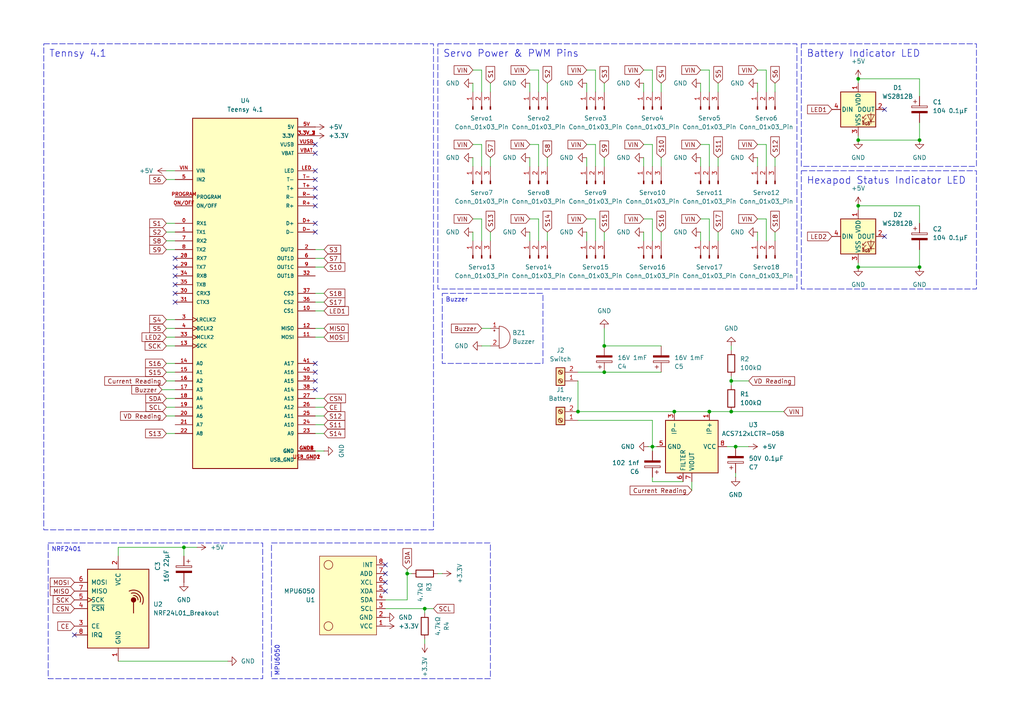
<source format=kicad_sch>
(kicad_sch (version 20231120) (generator "eeschema") (generator_version "8.0")
  (paper "A4")
  (title_block (title "Hexapod PCB V2"))
  (junction (at 195.58 119.38))
  (junction (at 205.74 119.38))
  (junction (at 53.34 158.75))
  (junction (at 212.09 119.38))
  (junction (at 123.19 176.53))
  (junction (at 266.7 77.47))
  (junction (at 248.92 40.64))
  (junction (at 167.64 119.38))
  (junction (at 248.92 77.47))
  (junction (at 266.7 40.64))
  (junction (at 175.26 100.33))
  (junction (at 189.23 129.54))
  (junction (at 212.09 110.49))
  (junction (at 213.36 129.54))
  (junction (at 248.92 59.69))
  (junction (at 175.26 107.95))
  (junction (at 248.92 22.86))
  (junction (at 118.11 166.37))
  (no_connect (at 91.44 107.95))
  (no_connect (at 111.76 168.91))
  (no_connect (at 50.8 87.63))
  (no_connect (at 256.54 31.75))
  (no_connect (at 91.44 110.49))
  (no_connect (at 256.54 68.58))
  (no_connect (at 50.8 80.01))
  (no_connect (at 50.8 85.09))
  (no_connect (at 91.44 57.15))
  (no_connect (at 50.8 74.93))
  (no_connect (at 91.44 49.53))
  (no_connect (at 91.44 52.07))
  (no_connect (at 21.59 184.15))
  (no_connect (at 91.44 54.61))
  (no_connect (at 111.76 163.83))
  (no_connect (at 50.8 82.55))
  (no_connect (at 50.8 77.47))
  (no_connect (at 91.44 64.77))
  (no_connect (at 91.44 41.91))
  (no_connect (at 91.44 105.41))
  (no_connect (at 91.44 113.03))
  (no_connect (at 111.76 166.37))
  (no_connect (at 91.44 59.69))
  (no_connect (at 91.44 44.45))
  (no_connect (at 91.44 67.31))
  (no_connect (at 111.76 171.45))
  (wire (pts (xy 212.09 100.33) (xy 212.09 101.6)))
  (wire (pts (xy 48.26 95.25) (xy 50.8 95.25)))
  (wire (pts (xy 200.66 142.24) (xy 200.66 139.7)))
  (wire (pts (xy 123.19 176.53) (xy 123.19 177.8)))
  (wire (pts (xy 153.67 24.13) (xy 153.67 26.67)))
  (wire (pts (xy 224.79 24.13) (xy 224.79 26.67)))
  (wire (pts (xy 205.74 63.5) (xy 205.74 69.85)))
  (wire (pts (xy 139.7 41.91) (xy 139.7 48.26)))
  (wire (pts (xy 213.36 138.43) (xy 213.36 137.16)))
  (wire (pts (xy 142.24 67.31) (xy 142.24 69.85)))
  (wire (pts (xy 222.25 20.32) (xy 222.25 26.67)))
  (wire (pts (xy 167.64 121.92) (xy 189.23 121.92)))
  (wire (pts (xy 222.25 41.91) (xy 222.25 48.26)))
  (wire (pts (xy 170.18 45.72) (xy 170.18 48.26)))
  (wire (pts (xy 195.58 119.38) (xy 205.74 119.38)))
  (wire (pts (xy 167.64 107.95) (xy 175.26 107.95)))
  (wire (pts (xy 93.98 95.25) (xy 91.44 95.25)))
  (wire (pts (xy 203.2 45.72) (xy 203.2 48.26)))
  (wire (pts (xy 186.69 41.91) (xy 189.23 41.91)))
  (wire (pts (xy 91.44 120.65) (xy 93.98 120.65)))
  (wire (pts (xy 156.21 63.5) (xy 156.21 69.85)))
  (wire (pts (xy 48.26 120.65) (xy 50.8 120.65)))
  (wire (pts (xy 48.26 64.77) (xy 50.8 64.77)))
  (wire (pts (xy 203.2 67.31) (xy 203.2 69.85)))
  (wire (pts (xy 186.69 20.32) (xy 189.23 20.32)))
  (wire (pts (xy 153.67 45.72) (xy 153.67 48.26)))
  (wire (pts (xy 203.2 24.13) (xy 203.2 26.67)))
  (wire (pts (xy 142.24 24.13) (xy 142.24 26.67)))
  (wire (pts (xy 142.24 45.72) (xy 142.24 48.26)))
  (wire (pts (xy 186.69 67.31) (xy 186.69 69.85)))
  (wire (pts (xy 123.19 176.53) (xy 111.76 176.53)))
  (wire (pts (xy 137.16 24.13) (xy 137.16 26.67)))
  (wire (pts (xy 175.26 24.13) (xy 175.26 26.67)))
  (wire (pts (xy 137.16 67.31) (xy 137.16 69.85)))
  (wire (pts (xy 172.72 63.5) (xy 172.72 69.85)))
  (wire (pts (xy 137.16 45.72) (xy 137.16 48.26)))
  (wire (pts (xy 175.26 100.33) (xy 191.77 100.33)))
  (wire (pts (xy 48.26 118.11) (xy 50.8 118.11)))
  (wire (pts (xy 172.72 41.91) (xy 172.72 48.26)))
  (wire (pts (xy 91.44 123.19) (xy 93.98 123.19)))
  (wire (pts (xy 93.98 130.81) (xy 91.44 130.81)))
  (wire (pts (xy 266.7 40.64) (xy 266.7 35.56)))
  (wire (pts (xy 153.67 67.31) (xy 153.67 69.85)))
  (wire (pts (xy 137.16 41.91) (xy 139.7 41.91)))
  (wire (pts (xy 91.44 87.63) (xy 93.98 87.63)))
  (wire (pts (xy 153.67 20.32) (xy 156.21 20.32)))
  (wire (pts (xy 158.75 67.31) (xy 158.75 69.85)))
  (wire (pts (xy 170.18 24.13) (xy 170.18 26.67)))
  (wire (pts (xy 191.77 24.13) (xy 191.77 26.67)))
  (wire (pts (xy 175.26 45.72) (xy 175.26 48.26)))
  (wire (pts (xy 170.18 63.5) (xy 172.72 63.5)))
  (wire (pts (xy 139.7 95.25) (xy 142.24 95.25)))
  (wire (pts (xy 46.99 113.03) (xy 50.8 113.03)))
  (wire (pts (xy 158.75 45.72) (xy 158.75 48.26)))
  (wire (pts (xy 50.8 92.71) (xy 48.26 92.71)))
  (wire (pts (xy 167.64 119.38) (xy 195.58 119.38)))
  (wire (pts (xy 191.77 67.31) (xy 191.77 69.85)))
  (wire (pts (xy 137.16 20.32) (xy 139.7 20.32)))
  (wire (pts (xy 91.44 74.93) (xy 93.98 74.93)))
  (wire (pts (xy 189.23 121.92) (xy 189.23 129.54)))
  (wire (pts (xy 175.26 107.95) (xy 191.77 107.95)))
  (wire (pts (xy 186.69 63.5) (xy 189.23 63.5)))
  (wire (pts (xy 53.34 158.75) (xy 34.29 158.75)))
  (wire (pts (xy 48.26 100.33) (xy 50.8 100.33)))
  (wire (pts (xy 93.98 115.57) (xy 91.44 115.57)))
  (wire (pts (xy 205.74 119.38) (xy 212.09 119.38)))
  (wire (pts (xy 203.2 41.91) (xy 205.74 41.91)))
  (wire (pts (xy 48.26 115.57) (xy 50.8 115.57)))
  (wire (pts (xy 158.75 24.13) (xy 158.75 26.67)))
  (wire (pts (xy 118.11 173.99) (xy 111.76 173.99)))
  (wire (pts (xy 91.44 125.73) (xy 93.98 125.73)))
  (wire (pts (xy 219.71 63.5) (xy 222.25 63.5)))
  (wire (pts (xy 139.7 63.5) (xy 139.7 69.85)))
  (wire (pts (xy 212.09 109.22) (xy 212.09 110.49)))
  (wire (pts (xy 205.74 41.91) (xy 205.74 48.26)))
  (wire (pts (xy 213.36 129.54) (xy 210.82 129.54)))
  (wire (pts (xy 91.44 85.09) (xy 93.98 85.09)))
  (wire (pts (xy 266.7 64.77) (xy 266.7 59.69)))
  (wire (pts (xy 57.15 158.75) (xy 53.34 158.75)))
  (wire (pts (xy 191.77 45.72) (xy 191.77 48.26)))
  (wire (pts (xy 93.98 90.17) (xy 91.44 90.17)))
  (wire (pts (xy 186.69 24.13) (xy 186.69 26.67)))
  (wire (pts (xy 125.73 176.53) (xy 123.19 176.53)))
  (wire (pts (xy 123.19 185.42) (xy 123.19 186.69)))
  (wire (pts (xy 175.26 95.25) (xy 175.26 100.33)))
  (wire (pts (xy 93.98 72.39) (xy 91.44 72.39)))
  (wire (pts (xy 198.12 139.7) (xy 189.23 139.7)))
  (wire (pts (xy 217.17 129.54) (xy 213.36 129.54)))
  (wire (pts (xy 118.11 165.1) (xy 118.11 166.37)))
  (wire (pts (xy 50.8 69.85) (xy 48.26 69.85)))
  (wire (pts (xy 170.18 67.31) (xy 170.18 69.85)))
  (wire (pts (xy 208.28 24.13) (xy 208.28 26.67)))
  (wire (pts (xy 186.69 45.72) (xy 186.69 48.26)))
  (wire (pts (xy 203.2 63.5) (xy 205.74 63.5)))
  (wire (pts (xy 219.71 20.32) (xy 222.25 20.32)))
  (wire (pts (xy 50.8 125.73) (xy 48.26 125.73)))
  (wire (pts (xy 156.21 41.91) (xy 156.21 48.26)))
  (wire (pts (xy 50.8 72.39) (xy 48.26 72.39)))
  (wire (pts (xy 48.26 52.07) (xy 50.8 52.07)))
  (wire (pts (xy 212.09 119.38) (xy 227.33 119.38)))
  (wire (pts (xy 48.26 97.79) (xy 50.8 97.79)))
  (wire (pts (xy 137.16 63.5) (xy 139.7 63.5)))
  (wire (pts (xy 187.96 129.54) (xy 189.23 129.54)))
  (wire (pts (xy 128.27 166.37) (xy 127 166.37)))
  (wire (pts (xy 248.92 77.47) (xy 266.7 77.47)))
  (wire (pts (xy 50.8 105.41) (xy 48.26 105.41)))
  (wire (pts (xy 189.23 129.54) (xy 189.23 130.81)))
  (wire (pts (xy 219.71 24.13) (xy 219.71 26.67)))
  (wire (pts (xy 189.23 41.91) (xy 189.23 48.26)))
  (wire (pts (xy 248.92 22.86) (xy 248.92 24.13)))
  (wire (pts (xy 119.38 166.37) (xy 118.11 166.37)))
  (wire (pts (xy 93.98 97.79) (xy 91.44 97.79)))
  (wire (pts (xy 153.67 41.91) (xy 156.21 41.91)))
  (wire (pts (xy 48.26 67.31) (xy 50.8 67.31)))
  (wire (pts (xy 118.11 166.37) (xy 118.11 173.99)))
  (wire (pts (xy 175.26 67.31) (xy 175.26 69.85)))
  (wire (pts (xy 248.92 40.64) (xy 248.92 39.37)))
  (wire (pts (xy 156.21 20.32) (xy 156.21 26.67)))
  (wire (pts (xy 212.09 110.49) (xy 212.09 111.76)))
  (wire (pts (xy 48.26 49.53) (xy 50.8 49.53)))
  (wire (pts (xy 248.92 40.64) (xy 266.7 40.64)))
  (wire (pts (xy 48.26 110.49) (xy 50.8 110.49)))
  (wire (pts (xy 219.71 41.91) (xy 222.25 41.91)))
  (wire (pts (xy 167.64 110.49) (xy 167.64 119.38)))
  (wire (pts (xy 189.23 20.32) (xy 189.23 26.67)))
  (wire (pts (xy 205.74 20.32) (xy 205.74 26.67)))
  (wire (pts (xy 170.18 41.91) (xy 172.72 41.91)))
  (wire (pts (xy 91.44 77.47) (xy 93.98 77.47)))
  (wire (pts (xy 139.7 100.33) (xy 142.24 100.33)))
  (wire (pts (xy 266.7 77.47) (xy 266.7 72.39)))
  (wire (pts (xy 172.72 20.32) (xy 172.72 26.67)))
  (wire (pts (xy 153.67 63.5) (xy 156.21 63.5)))
  (wire (pts (xy 212.09 110.49) (xy 217.17 110.49)))
  (wire (pts (xy 248.92 59.69) (xy 248.92 60.96)))
  (wire (pts (xy 139.7 20.32) (xy 139.7 26.67)))
  (wire (pts (xy 248.92 22.86) (xy 266.7 22.86)))
  (wire (pts (xy 48.26 107.95) (xy 50.8 107.95)))
  (wire (pts (xy 203.2 20.32) (xy 205.74 20.32)))
  (wire (pts (xy 266.7 27.94) (xy 266.7 22.86)))
  (wire (pts (xy 208.28 45.72) (xy 208.28 48.26)))
  (wire (pts (xy 248.92 59.69) (xy 266.7 59.69)))
  (wire (pts (xy 224.79 67.31) (xy 224.79 69.85)))
  (wire (pts (xy 189.23 129.54) (xy 190.5 129.54)))
  (wire (pts (xy 170.18 20.32) (xy 172.72 20.32)))
  (wire (pts (xy 208.28 67.31) (xy 208.28 69.85)))
  (wire (pts (xy 248.92 77.47) (xy 248.92 76.2)))
  (wire (pts (xy 224.79 45.72) (xy 224.79 48.26)))
  (wire (pts (xy 219.71 67.31) (xy 219.71 69.85)))
  (wire (pts (xy 222.25 63.5) (xy 222.25 69.85)))
  (wire (pts (xy 189.23 63.5) (xy 189.23 69.85)))
  (wire (pts (xy 53.34 158.75) (xy 53.34 161.29)))
  (wire (pts (xy 219.71 45.72) (xy 219.71 48.26)))
  (wire (pts (xy 34.29 158.75) (xy 34.29 161.29)))
  (wire (pts (xy 189.23 139.7) (xy 189.23 138.43)))
  (wire (pts (xy 93.98 118.11) (xy 91.44 118.11)))
  (wire (pts (xy 34.29 191.77) (xy 66.04 191.77)))
  (text_box "Battery Indicator LED" (at 232.41 12.7 0) (size 50.8 35.56) (stroke (width 0) (type dash)) (effects (font (size 2.032 2.032)) (justify left top)))
  (text_box "Power Supply" (at 358.14 137.16 0) (size 124.46 60.96) (stroke (width 0) (type dash)) (effects (font (size 1.27 1.27)) (justify left top)))
  (text_box "Tennsy 4.1" (at 12.7 12.7 0) (size 113.03 140.97) (stroke (width 0) (type dash)) (effects (font (size 2.032 2.032)) (justify left top)))
  (text_box "MPU6050" (at 78.74 157.48 90) (size 63.5 39.37) (stroke (width 0) (type dash)) (effects (font (size 1.27 1.27)) (justify left top)))
  (text_box "Hexapod Status Indicator LED\n" (at 232.41 49.53 0) (size 50.8 34.29) (stroke (width 0) (type dash)) (effects (font (size 2.032 2.032)) (justify left top)))
  (text_box "Buzzer\n" (at 128.27 85.09 0) (size 29.21 20.32) (stroke (width 0) (type dash)) (effects (font (size 1.27 1.27)) (justify left top)))
  (text_box "NRF2401" (at 13.97 157.48 0) (size 62.23 39.37) (stroke (width 0) (type dash)) (effects (font (size 1.27 1.27)) (justify left top)))
  (text_box "Servo Power & PWM Pins" (at 127 12.7 0) (size 104.14 71.12) (stroke (width 0) (type dash)) (effects (font (size 2.032 2.032)) (justify left top)))
  (global_label "MISO" (shape input) (at 93.98 95.25 0) (property "Intersheetrefs" "${INTERSHEET_REFS}" (effects (hide yes))))
  (global_label "VIN" (shape input) (at 203.2 41.91 180) (property "Intersheetrefs" "${INTERSHEET_REFS}" (effects (hide yes))))
  (global_label "S3" (shape input) (at 175.26 24.13 90) (property "Intersheetrefs" "${INTERSHEET_REFS}" (effects (hide yes))))
  (global_label "VIN" (shape input) (at 186.69 63.5 180) (property "Intersheetrefs" "${INTERSHEET_REFS}" (effects (hide yes))))
  (global_label "S6" (shape input) (at 48.26 52.07 180) (property "Intersheetrefs" "${INTERSHEET_REFS}" (effects (hide yes))))
  (global_label "VIN" (shape input) (at 170.18 63.5 180) (property "Intersheetrefs" "${INTERSHEET_REFS}" (effects (hide yes))))
  (global_label "S1" (shape input) (at 142.24 24.13 90) (property "Intersheetrefs" "${INTERSHEET_REFS}" (effects (hide yes))))
  (global_label "VIN" (shape input) (at 137.16 20.32 180) (property "Intersheetrefs" "${INTERSHEET_REFS}" (effects (hide yes))))
  (global_label "MOSI" (shape input) (at 21.59 168.91 180) (property "Intersheetrefs" "${INTERSHEET_REFS}" (effects (hide yes))))
  (global_label "S9" (shape input) (at 175.26 45.72 90) (property "Intersheetrefs" "${INTERSHEET_REFS}" (effects (hide yes))))
  (global_label "SCL" (shape input) (at 125.73 176.53 0) (property "Intersheetrefs" "${INTERSHEET_REFS}" (effects (hide yes))))
  (global_label "VIN" (shape input) (at 153.67 63.5 180) (property "Intersheetrefs" "${INTERSHEET_REFS}" (effects (hide yes))))
  (global_label "Buzzer" (shape input) (at 139.7 95.25 180) (property "Intersheetrefs" "${INTERSHEET_REFS}" (effects (hide yes))))
  (global_label "MISO" (shape input) (at 21.59 171.45 180) (property "Intersheetrefs" "${INTERSHEET_REFS}" (effects (hide yes))))
  (global_label "S10" (shape input) (at 191.77 45.72 90) (property "Intersheetrefs" "${INTERSHEET_REFS}" (effects (hide yes))))
  (global_label "S18" (shape input) (at 93.98 85.09 0) (property "Intersheetrefs" "${INTERSHEET_REFS}" (effects (hide yes))))
  (global_label "CSN" (shape input) (at 21.59 176.53 180) (property "Intersheetrefs" "${INTERSHEET_REFS}" (effects (hide yes))))
  (global_label "VIN" (shape input) (at 203.2 20.32 180) (property "Intersheetrefs" "${INTERSHEET_REFS}" (effects (hide yes))))
  (global_label "VIN" (shape input) (at 137.16 63.5 180) (property "Intersheetrefs" "${INTERSHEET_REFS}" (effects (hide yes))))
  (global_label "VD Reading" (shape input) (at 217.17 110.49 0) (property "Intersheetrefs" "${INTERSHEET_REFS}" (effects (hide yes))))
  (global_label "S16" (shape input) (at 48.26 105.41 180) (property "Intersheetrefs" "${INTERSHEET_REFS}" (effects (hide yes))))
  (global_label "LED1" (shape input) (at 93.98 90.17 0) (property "Intersheetrefs" "${INTERSHEET_REFS}" (effects (hide yes))))
  (global_label "S15" (shape input) (at 175.26 67.31 90) (property "Intersheetrefs" "${INTERSHEET_REFS}" (effects (hide yes))))
  (global_label "S8" (shape input) (at 48.26 69.85 180) (property "Intersheetrefs" "${INTERSHEET_REFS}" (effects (hide yes))))
  (global_label "S3" (shape input) (at 93.98 72.39 0) (property "Intersheetrefs" "${INTERSHEET_REFS}" (effects (hide yes))))
  (global_label "Current Reading" (shape input) (at 200.66 142.24 180) (property "Intersheetrefs" "${INTERSHEET_REFS}" (effects (hide yes))))
  (global_label "VIN" (shape input) (at 186.69 20.32 180) (property "Intersheetrefs" "${INTERSHEET_REFS}" (effects (hide yes))))
  (global_label "S7" (shape input) (at 142.24 45.72 90) (property "Intersheetrefs" "${INTERSHEET_REFS}" (effects (hide yes))))
  (global_label "S15" (shape input) (at 48.26 107.95 180) (property "Intersheetrefs" "${INTERSHEET_REFS}" (effects (hide yes))))
  (global_label "S5" (shape input) (at 48.26 95.25 180) (property "Intersheetrefs" "${INTERSHEET_REFS}" (effects (hide yes))))
  (global_label "S14" (shape input) (at 93.98 125.73 0) (property "Intersheetrefs" "${INTERSHEET_REFS}" (effects (hide yes))))
  (global_label "S12" (shape input) (at 224.79 45.72 90) (property "Intersheetrefs" "${INTERSHEET_REFS}" (effects (hide yes))))
  (global_label "SCL" (shape input) (at 48.26 118.11 180) (property "Intersheetrefs" "${INTERSHEET_REFS}" (effects (hide yes))))
  (global_label "S16" (shape input) (at 191.77 67.31 90) (property "Intersheetrefs" "${INTERSHEET_REFS}" (effects (hide yes))))
  (global_label "VD Reading" (shape input) (at 48.26 120.65 180) (property "Intersheetrefs" "${INTERSHEET_REFS}" (effects (hide yes))))
  (global_label "SDA" (shape input) (at 118.11 165.1 90) (property "Intersheetrefs" "${INTERSHEET_REFS}" (effects (hide yes))))
  (global_label "VIN" (shape input) (at 137.16 41.91 180) (property "Intersheetrefs" "${INTERSHEET_REFS}" (effects (hide yes))))
  (global_label "S12" (shape input) (at 93.98 120.65 0) (property "Intersheetrefs" "${INTERSHEET_REFS}" (effects (hide yes))))
  (global_label "VIN" (shape input) (at 153.67 20.32 180) (property "Intersheetrefs" "${INTERSHEET_REFS}" (effects (hide yes))))
  (global_label "S4" (shape input) (at 191.77 24.13 90) (property "Intersheetrefs" "${INTERSHEET_REFS}" (effects (hide yes))))
  (global_label "S9" (shape input) (at 48.26 72.39 180) (property "Intersheetrefs" "${INTERSHEET_REFS}" (effects (hide yes))))
  (global_label "CSN" (shape input) (at 93.98 115.57 0) (property "Intersheetrefs" "${INTERSHEET_REFS}" (effects (hide yes))))
  (global_label "S11" (shape input) (at 208.28 45.72 90) (property "Intersheetrefs" "${INTERSHEET_REFS}" (effects (hide yes))))
  (global_label "Buzzer" (shape input) (at 46.99 113.03 180) (property "Intersheetrefs" "${INTERSHEET_REFS}" (effects (hide yes))))
  (global_label "VIN" (shape input) (at 170.18 20.32 180) (property "Intersheetrefs" "${INTERSHEET_REFS}" (effects (hide yes))))
  (global_label "VIN" (shape input) (at 186.69 41.91 180) (property "Intersheetrefs" "${INTERSHEET_REFS}" (effects (hide yes))))
  (global_label "S7" (shape input) (at 93.98 74.93 0) (property "Intersheetrefs" "${INTERSHEET_REFS}" (effects (hide yes))))
  (global_label "CE" (shape input) (at 21.59 181.61 180) (property "Intersheetrefs" "${INTERSHEET_REFS}" (effects (hide yes))))
  (global_label "S13" (shape input) (at 142.24 67.31 90) (property "Intersheetrefs" "${INTERSHEET_REFS}" (effects (hide yes))))
  (global_label "VIN" (shape input) (at 153.67 41.91 180) (property "Intersheetrefs" "${INTERSHEET_REFS}" (effects (hide yes))))
  (global_label "VIN" (shape input) (at 219.71 20.32 180) (property "Intersheetrefs" "${INTERSHEET_REFS}" (effects (hide yes))))
  (global_label "S11" (shape input) (at 93.98 123.19 0) (property "Intersheetrefs" "${INTERSHEET_REFS}" (effects (hide yes))))
  (global_label "MOSI" (shape input) (at 93.98 97.79 0) (property "Intersheetrefs" "${INTERSHEET_REFS}" (effects (hide yes))))
  (global_label "S5" (shape input) (at 208.28 24.13 90) (property "Intersheetrefs" "${INTERSHEET_REFS}" (effects (hide yes))))
  (global_label "VIN" (shape input) (at 219.71 63.5 180) (property "Intersheetrefs" "${INTERSHEET_REFS}" (effects (hide yes))))
  (global_label "S13" (shape input) (at 48.26 125.73 180) (property "Intersheetrefs" "${INTERSHEET_REFS}" (effects (hide yes))))
  (global_label "S6" (shape input) (at 224.79 24.13 90) (property "Intersheetrefs" "${INTERSHEET_REFS}" (effects (hide yes))))
  (global_label "LED2" (shape input) (at 48.26 97.79 180) (property "Intersheetrefs" "${INTERSHEET_REFS}" (effects (hide yes))))
  (global_label "SCK" (shape input) (at 21.59 173.99 180) (property "Intersheetrefs" "${INTERSHEET_REFS}" (effects (hide yes))))
  (global_label "LED1" (shape input) (at 241.3 31.75 180) (property "Intersheetrefs" "${INTERSHEET_REFS}" (effects (hide yes))))
  (global_label "S8" (shape input) (at 158.75 45.72 90) (property "Intersheetrefs" "${INTERSHEET_REFS}" (effects (hide yes))))
  (global_label "S18" (shape input) (at 224.79 67.31 90) (property "Intersheetrefs" "${INTERSHEET_REFS}" (effects (hide yes))))
  (global_label "SDA" (shape input) (at 48.26 115.57 180) (property "Intersheetrefs" "${INTERSHEET_REFS}" (effects (hide yes))))
  (global_label "VIN" (shape input) (at 227.33 119.38 0) (property "Intersheetrefs" "${INTERSHEET_REFS}" (effects (hide yes))))
  (global_label "CE" (shape input) (at 93.98 118.11 0) (property "Intersheetrefs" "${INTERSHEET_REFS}" (effects (hide yes))))
  (global_label "S10" (shape input) (at 93.98 77.47 0) (property "Intersheetrefs" "${INTERSHEET_REFS}" (effects (hide yes))))
  (global_label "LED2" (shape input) (at 241.3 68.58 180) (property "Intersheetrefs" "${INTERSHEET_REFS}" (effects (hide yes))))
  (global_label "S17" (shape input) (at 208.28 67.31 90) (property "Intersheetrefs" "${INTERSHEET_REFS}" (effects (hide yes))))
  (global_label "S1" (shape input) (at 48.26 64.77 180) (property "Intersheetrefs" "${INTERSHEET_REFS}" (effects (hide yes))))
  (global_label "Current Reading" (shape input) (at 48.26 110.49 180) (property "Intersheetrefs" "${INTERSHEET_REFS}" (effects (hide yes))))
  (global_label "SCK" (shape input) (at 48.26 100.33 180) (property "Intersheetrefs" "${INTERSHEET_REFS}" (effects (hide yes))))
  (global_label "S2" (shape input) (at 158.75 24.13 90) (property "Intersheetrefs" "${INTERSHEET_REFS}" (effects (hide yes))))
  (global_label "VIN" (shape input) (at 170.18 41.91 180) (property "Intersheetrefs" "${INTERSHEET_REFS}" (effects (hide yes))))
  (global_label "VIN" (shape input) (at 219.71 41.91 180) (property "Intersheetrefs" "${INTERSHEET_REFS}" (effects (hide yes))))
  (global_label "VIN" (shape input) (at 203.2 63.5 180) (property "Intersheetrefs" "${INTERSHEET_REFS}" (effects (hide yes))))
  (global_label "S2" (shape input) (at 48.26 67.31 180) (property "Intersheetrefs" "${INTERSHEET_REFS}" (effects (hide yes))))
  (global_label "S17" (shape input) (at 93.98 87.63 0) (property "Intersheetrefs" "${INTERSHEET_REFS}" (effects (hide yes))))
  (global_label "S4" (shape input) (at 48.26 92.71 180) (property "Intersheetrefs" "${INTERSHEET_REFS}" (effects (hide yes))))
  (global_label "S14" (shape input) (at 158.75 67.31 90) (property "Intersheetrefs" "${INTERSHEET_REFS}" (effects (hide yes))))
  (symbol (lib_id "Connector:Conn_01x03_Pin") (at 222.25 53.34 90) (unit 1)
    (property "Reference" "Servo12" (at 222.25 55.88 90))
    (property "Value" "Conn_01x03_Pin" (at 222.25 58.42 90))
    (property "Footprint" "Connector_PinHeader_2.54mm:PinHeader_1x03_P2.54mm_Vertical" (effects (hide yes)))
    (property "Description" "Generic connector, single row, 01x03, script generated" (effects (hide yes)))
  )
  (symbol (lib_id "Connector:Conn_01x03_Pin") (at 139.7 31.75 90) (unit 1)
    (property "Reference" "Servo1" (at 139.7 34.29 90))
    (property "Value" "Conn_01x03_Pin" (at 139.7 36.83 90))
    (property "Footprint" "Connector_PinHeader_2.54mm:PinHeader_1x03_P2.54mm_Vertical" (effects (hide yes)))
    (property "Description" "Generic connector, single row, 01x03, script generated" (effects (hide yes)))
  )
  (symbol (lib_id "Connector:Conn_01x03_Pin") (at 139.7 74.93 90) (unit 1)
    (property "Reference" "Servo13" (at 139.7 77.47 90))
    (property "Value" "Conn_01x03_Pin" (at 139.7 80.01 90))
    (property "Footprint" "Connector_PinHeader_2.54mm:PinHeader_1x03_P2.54mm_Vertical" (effects (hide yes)))
    (property "Description" "Generic connector, single row, 01x03, script generated" (effects (hide yes)))
  )
  (symbol (lib_id "Device:C_Polarized") (at 53.34 165.1 0) (mirror y) (unit 1)
    (property "Reference" "C3" (at 45.72 164.211 90))
    (property "Value" "16V 22μF" (at 48.26 164.211 90))
    (property "Footprint" "Capacitor_THT:CP_Radial_D4.0mm_P2.00mm" (effects (hide yes)))
    (property "Description" "Polarized capacitor" (effects (hide yes)))
  )
  (symbol (lib_id "Breakout Sensors:module_mpu6050") (at 111.76 163.83 180) (unit 1)
    (property "Reference" "U1" (at 91.44 173.9901 0) (effects (justify left)))
    (property "Value" "MPU6050" (at 91.44 171.4501 0) (effects (justify left)))
    (property "Footprint" "usini_sensors:module_mpu6050" (effects (hide yes)))
  )
  (symbol (lib_id "power:GND") (at 213.36 138.43 0) (unit 1)
    (property "Reference" "#PWR017" (effects (hide yes)))
    (property "Value" "GND" (at 213.36 143.51 0))
    (property "Description" "Power symbol creates a global label with name \"GND\" , ground" (effects (hide yes)))
  )
  (symbol (lib_id "power:GND") (at 139.7 100.33 270) (unit 1)
    (property "Reference" "#PWR011" (effects (hide yes)))
    (property "Value" "GND" (at 135.89 100.3299 90) (effects (justify right)))
    (property "Description" "Power symbol creates a global label with name \"GND\" , ground" (effects (hide yes)))
  )
  (symbol (lib_id "power:GND") (at 137.16 67.31 270) (unit 1)
    (property "Reference" "#PWR010" (effects (hide yes)))
    (property "Value" "GND" (at 133.35 67.3099 90) (effects (justify right)))
    (property "Description" "Power symbol creates a global label with name \"GND\" , ground" (effects (hide yes)))
  )
  (symbol (lib_id "Connector:Conn_01x03_Pin") (at 189.23 53.34 90) (unit 1)
    (property "Reference" "Servo10" (at 189.23 55.88 90))
    (property "Value" "Conn_01x03_Pin" (at 189.23 58.42 90))
    (property "Footprint" "Connector_PinHeader_2.54mm:PinHeader_1x03_P2.54mm_Vertical" (effects (hide yes)))
    (property "Description" "Generic connector, single row, 01x03, script generated" (effects (hide yes)))
  )
  (symbol (lib_id "power:GND") (at 53.34 168.91 0) (unit 1)
    (property "Reference" "#PWR031" (effects (hide yes)))
    (property "Value" "GND" (at 53.34 173.99 0))
    (property "Description" "Power symbol creates a global label with name \"GND\" , ground" (effects (hide yes)))
  )
  (symbol (lib_id "LED:WS2812B") (at 248.92 31.75 0) (unit 1)
    (property "Reference" "D1" (at 260.35 25.4314 0))
    (property "Value" "WS2812B" (at 260.35 27.9714 0))
    (property "Footprint" "LED_SMD:LED_WS2812B_PLCC4_5.0x5.0mm_P3.2mm" (effects (hide yes)))
    (property "Datasheet" "https://cdn-shop.adafruit.com/datasheets/WS2812B.pdf" (effects (hide yes)))
    (property "Description" "RGB LED with integrated controller" (effects (hide yes)))
  )
  (symbol (lib_id "Connector:Screw_Terminal_01x02") (at 162.56 121.92 180) (unit 1)
    (property "Reference" "J1" (at 162.56 113.03 0))
    (property "Value" "Battery" (at 162.56 115.57 0))
    (property "Footprint" "TerminalBlock_Phoenix:TerminalBlock_Phoenix_MKDS-1,5-2-5.08_1x02_P5.08mm_Horizontal" (effects (hide yes)))
    (property "Description" "Generic screw terminal, single row, 01x02, script generated (kicad-library-utils/schlib/autogen/connector/)" (effects (hide yes)))
  )
  (symbol (lib_id "Connector:Conn_01x03_Pin") (at 189.23 31.75 90) (unit 1)
    (property "Reference" "Servo4" (at 189.23 34.29 90))
    (property "Value" "Conn_01x03_Pin" (at 189.23 36.83 90))
    (property "Footprint" "Connector_PinHeader_2.54mm:PinHeader_1x03_P2.54mm_Vertical" (effects (hide yes)))
    (property "Description" "Generic connector, single row, 01x03, script generated" (effects (hide yes)))
  )
  (symbol (lib_id "Connector:Conn_01x03_Pin") (at 205.74 74.93 90) (unit 1)
    (property "Reference" "Servo17" (at 205.74 77.47 90))
    (property "Value" "Conn_01x03_Pin" (at 205.74 80.01 90))
    (property "Footprint" "Connector_PinHeader_2.54mm:PinHeader_1x03_P2.54mm_Vertical" (effects (hide yes)))
    (property "Description" "Generic connector, single row, 01x03, script generated" (effects (hide yes)))
  )
  (symbol (lib_id "Device:R") (at 212.09 105.41 0) (unit 1)
    (property "Reference" "R2" (at 214.63 104.1399 0) (effects (justify left)))
    (property "Value" "100kΩ" (at 214.63 106.6799 0) (effects (justify left)))
    (property "Footprint" "Resistor_THT:R_Axial_DIN0207_L6.3mm_D2.5mm_P7.62mm_Horizontal" (effects (hide yes)))
    (property "Description" "Resistor" (effects (hide yes)))
  )
  (symbol (lib_id "power:GND") (at 175.26 95.25 180) (unit 1)
    (property "Reference" "#PWR05" (effects (hide yes)))
    (property "Value" "GND" (at 175.26 90.17 0))
    (property "Description" "Power symbol creates a global label with name \"GND\" , ground" (effects (hide yes)))
  )
  (symbol (lib_id "power:+5V") (at 248.92 59.69 0) (unit 1)
    (property "Reference" "#PWR046" (effects (hide yes)))
    (property "Value" "+5V" (at 248.92 54.61 0))
    (property "Description" "Power symbol creates a global label with name \"+5V\"" (effects (hide yes)))
  )
  (symbol (lib_id "power:+5V") (at 248.92 22.86 0) (unit 1)
    (property "Reference" "#PWR044" (effects (hide yes)))
    (property "Value" "+5V" (at 248.92 17.78 0))
    (property "Description" "Power symbol creates a global label with name \"+5V\"" (effects (hide yes)))
  )
  (symbol (lib_id "power:GND") (at 66.04 191.77 90) (unit 1)
    (property "Reference" "#PWR043" (effects (hide yes)))
    (property "Value" "GND" (at 69.85 191.7699 90) (effects (justify right)))
    (property "Description" "Power symbol creates a global label with name \"GND\" , ground" (effects (hide yes)))
  )
  (symbol (lib_id "DEV-16771:DEV-16771") (at 71.12 85.09 0) (unit 1)
    (property "Reference" "U4" (at 71.12 29.21 0))
    (property "Value" "Teensy 4.1" (at 71.12 31.75 0))
    (property "Footprint" "teensy:Teensy41" (effects (hide yes)))
    (property "MF" "SparkFun Electronics" (effects (hide yes)))
    (property "MAXIMUM_PACKAGE_HEIGHT" "4.07mm" (effects (hide yes)))
    (property "Package" "None" (effects (hide yes)))
    (property "Price" "None" (effects (hide yes)))
    (property "Check_prices" "https://www.snapeda.com/parts/DEV-16771/SparkFun/view-part/?ref=eda" (effects (hide yes)))
    (property "STANDARD" "Manufacturer recommendations" (effects (hide yes)))
    (property "PARTREV" "4.1" (effects (hide yes)))
    (property "SnapEDA_Link" "https://www.snapeda.com/parts/DEV-16771/SparkFun/view-part/?ref=snap" (effects (hide yes)))
    (property "MP" "DEV-16771" (effects (hide yes)))
    (property "Description_1" "\n                        \n                            RT1062 Teensy 4.1 series ARM® Cortex®-M7 MPU Embedded Evaluation Board\n                        \n" (effects (hide yes)))
    (property "Availability" "In Stock" (effects (hide yes)))
    (property "MANUFACTURER" "SparkFun Electronics" (effects (hide yes)))
  )
  (symbol (lib_id "power:GND") (at 186.69 24.13 270) (unit 1)
    (property "Reference" "#PWR024" (effects (hide yes)))
    (property "Value" "GND" (at 182.88 24.1299 90) (effects (justify right)))
    (property "Description" "Power symbol creates a global label with name \"GND\" , ground" (effects (hide yes)))
  )
  (symbol (lib_id "Device:Buzzer") (at 144.78 97.79 0) (unit 1)
    (property "Reference" "BZ1" (at 148.59 96.5199 0) (effects (justify left)))
    (property "Value" "Buzzer" (at 148.59 99.0599 0) (effects (justify left)))
    (property "Footprint" "Buzzer_Beeper:Buzzer_12x9.5RM7.6" (effects (hide yes)))
    (property "Description" "Buzzer, polarized" (effects (hide yes)))
  )
  (symbol (lib_id "Device:C_Polarized") (at 213.36 133.35 0) (mirror x) (unit 1)
    (property "Reference" "C7" (at 217.17 135.5091 0) (effects (justify left)))
    (property "Value" "50V 0.1μF" (at 217.17 132.9691 0) (effects (justify left)))
    (property "Footprint" "Capacitor_THT:CP_Radial_D5.0mm_P2.00mm" (effects (hide yes)))
    (property "Description" "Polarized capacitor" (effects (hide yes)))
  )
  (symbol (lib_id "Device:R") (at 123.19 166.37 270) (unit 1)
    (property "Reference" "R3" (at 124.4601 168.91 0) (effects (justify left)))
    (property "Value" "4.7kΩ" (at 121.9201 168.91 0) (effects (justify left)))
    (property "Footprint" "Resistor_SMD:R_1206_3216Metric" (effects (hide yes)))
    (property "Description" "Resistor" (effects (hide yes)))
  )
  (symbol (lib_id "power:GND") (at 203.2 24.13 270) (unit 1)
    (property "Reference" "#PWR030" (effects (hide yes)))
    (property "Value" "GND" (at 199.39 24.1299 90) (effects (justify right)))
    (property "Description" "Power symbol creates a global label with name \"GND\" , ground" (effects (hide yes)))
  )
  (symbol (lib_id "Connector:Conn_01x03_Pin") (at 205.74 31.75 90) (unit 1)
    (property "Reference" "Servo5" (at 205.74 34.29 90))
    (property "Value" "Conn_01x03_Pin" (at 205.74 36.83 90))
    (property "Footprint" "Connector_PinHeader_2.54mm:PinHeader_1x03_P2.54mm_Vertical" (effects (hide yes)))
    (property "Description" "Generic connector, single row, 01x03, script generated" (effects (hide yes)))
  )
  (symbol (lib_id "power:GND") (at 170.18 45.72 270) (unit 1)
    (property "Reference" "#PWR020" (effects (hide yes)))
    (property "Value" "GND" (at 166.37 45.7199 90) (effects (justify right)))
    (property "Description" "Power symbol creates a global label with name \"GND\" , ground" (effects (hide yes)))
  )
  (symbol (lib_id "Connector:Conn_01x03_Pin") (at 156.21 74.93 90) (unit 1)
    (property "Reference" "Servo14" (at 156.21 77.47 90))
    (property "Value" "Conn_01x03_Pin" (at 156.21 80.01 90))
    (property "Footprint" "Connector_PinHeader_2.54mm:PinHeader_1x03_P2.54mm_Vertical" (effects (hide yes)))
    (property "Description" "Generic connector, single row, 01x03, script generated" (effects (hide yes)))
  )
  (symbol (lib_id "Connector:Conn_01x03_Pin") (at 189.23 74.93 90) (unit 1)
    (property "Reference" "Servo16" (at 189.23 77.47 90))
    (property "Value" "Conn_01x03_Pin" (at 189.23 80.01 90))
    (property "Footprint" "Connector_PinHeader_2.54mm:PinHeader_1x03_P2.54mm_Vertical" (effects (hide yes)))
    (property "Description" "Generic connector, single row, 01x03, script generated" (effects (hide yes)))
  )
  (symbol (lib_id "power:GND") (at 266.7 77.47 0) (unit 1)
    (property "Reference" "#PWR048" (effects (hide yes)))
    (property "Value" "GND" (at 266.7 82.55 0))
    (property "Description" "Power symbol creates a global label with name \"GND\" , ground" (effects (hide yes)))
  )
  (symbol (lib_id "power:GND") (at 111.76 179.07 90) (unit 1)
    (property "Reference" "#PWR04" (effects (hide yes)))
    (property "Value" "GND" (at 115.57 179.0701 90) (effects (justify right)))
    (property "Description" "Power symbol creates a global label with name \"GND\" , ground" (effects (hide yes)))
  )
  (symbol (lib_id "power:GND") (at 219.71 67.31 270) (unit 1)
    (property "Reference" "#PWR040" (effects (hide yes)))
    (property "Value" "GND" (at 215.9 67.3099 90) (effects (justify right)))
    (property "Description" "Power symbol creates a global label with name \"GND\" , ground" (effects (hide yes)))
  )
  (symbol (lib_id "power:+3.3V") (at 91.44 39.37 270) (unit 1)
    (property "Reference" "#PWR01" (effects (hide yes)))
    (property "Value" "+3.3V" (at 95.25 39.3699 90) (effects (justify left)))
    (property "Description" "Power symbol creates a global label with name \"+3.3V\"" (effects (hide yes)))
  )
  (symbol (lib_id "power:GND") (at 137.16 24.13 270) (unit 1)
    (property "Reference" "#PWR06" (effects (hide yes)))
    (property "Value" "GND" (at 133.35 24.1299 90) (effects (justify right)))
    (property "Description" "Power symbol creates a global label with name \"GND\" , ground" (effects (hide yes)))
  )
  (symbol (lib_id "power:GND") (at 153.67 45.72 270) (unit 1)
    (property "Reference" "#PWR014" (effects (hide yes)))
    (property "Value" "GND" (at 149.86 45.7199 90) (effects (justify right)))
    (property "Description" "Power symbol creates a global label with name \"GND\" , ground" (effects (hide yes)))
  )
  (symbol (lib_id "power:GND") (at 203.2 45.72 270) (unit 1)
    (property "Reference" "#PWR032" (effects (hide yes)))
    (property "Value" "GND" (at 199.39 45.7199 90) (effects (justify right)))
    (property "Description" "Power symbol creates a global label with name \"GND\" , ground" (effects (hide yes)))
  )
  (symbol (lib_id "Connector:Conn_01x03_Pin") (at 172.72 31.75 90) (unit 1)
    (property "Reference" "Servo3" (at 172.72 34.29 90))
    (property "Value" "Conn_01x03_Pin" (at 172.72 36.83 90))
    (property "Footprint" "Connector_PinHeader_2.54mm:PinHeader_1x03_P2.54mm_Vertical" (effects (hide yes)))
    (property "Description" "Generic connector, single row, 01x03, script generated" (effects (hide yes)))
  )
  (symbol (lib_id "Connector:Conn_01x03_Pin") (at 172.72 74.93 90) (unit 1)
    (property "Reference" "Servo15" (at 172.72 77.47 90))
    (property "Value" "Conn_01x03_Pin" (at 172.72 80.01 90))
    (property "Footprint" "Connector_PinHeader_2.54mm:PinHeader_1x03_P2.54mm_Vertical" (effects (hide yes)))
    (property "Description" "Generic connector, single row, 01x03, script generated" (effects (hide yes)))
  )
  (symbol (lib_id "power:GND") (at 153.67 24.13 270) (unit 1)
    (property "Reference" "#PWR012" (effects (hide yes)))
    (property "Value" "GND" (at 149.86 24.1299 90) (effects (justify right)))
    (property "Description" "Power symbol creates a global label with name \"GND\" , ground" (effects (hide yes)))
  )
  (symbol (lib_id "power:GND") (at 93.98 130.81 90) (unit 1)
    (property "Reference" "#PWR025" (effects (hide yes)))
    (property "Value" "GND" (at 99.06 130.81 0))
    (property "Description" "Power symbol creates a global label with name \"GND\" , ground" (effects (hide yes)))
  )
  (symbol (lib_id "Connector:Conn_01x03_Pin") (at 222.25 74.93 90) (unit 1)
    (property "Reference" "Servo18" (at 222.25 77.47 90))
    (property "Value" "Conn_01x03_Pin" (at 222.25 80.01 90))
    (property "Footprint" "Connector_PinHeader_2.54mm:PinHeader_1x03_P2.54mm_Vertical" (effects (hide yes)))
    (property "Description" "Generic connector, single row, 01x03, script generated" (effects (hide yes)))
  )
  (symbol (lib_id "Connector:Conn_01x03_Pin") (at 156.21 31.75 90) (unit 1)
    (property "Reference" "Servo2" (at 156.21 34.29 90))
    (property "Value" "Conn_01x03_Pin" (at 156.21 36.83 90))
    (property "Footprint" "Connector_PinHeader_2.54mm:PinHeader_1x03_P2.54mm_Vertical" (effects (hide yes)))
    (property "Description" "Generic connector, single row, 01x03, script generated" (effects (hide yes)))
  )
  (symbol (lib_id "Device:C_Polarized") (at 191.77 104.14 0) (mirror x) (unit 1)
    (property "Reference" "C5" (at 195.58 106.2991 0) (effects (justify left)))
    (property "Value" "16V 1mF" (at 195.58 103.7591 0) (effects (justify left)))
    (property "Footprint" "Capacitor_THT:CP_Radial_D10.0mm_P7.50mm" (effects (hide yes)))
    (property "Description" "Polarized capacitor" (effects (hide yes)))
  )
  (symbol (lib_id "power:GND") (at 203.2 67.31 270) (unit 1)
    (property "Reference" "#PWR034" (effects (hide yes)))
    (property "Value" "GND" (at 199.39 67.3099 90) (effects (justify right)))
    (property "Description" "Power symbol creates a global label with name \"GND\" , ground" (effects (hide yes)))
  )
  (symbol (lib_id "power:+5V") (at 91.44 36.83 270) (unit 1)
    (property "Reference" "#PWR07" (effects (hide yes)))
    (property "Value" "+5V" (at 95.25 36.8299 90) (effects (justify left)))
    (property "Description" "Power symbol creates a global label with name \"+5V\"" (effects (hide yes)))
  )
  (symbol (lib_id "Connector:Conn_01x03_Pin") (at 172.72 53.34 90) (unit 1)
    (property "Reference" "Servo9" (at 172.72 55.88 90))
    (property "Value" "Conn_01x03_Pin" (at 172.72 58.42 90))
    (property "Footprint" "Connector_PinHeader_2.54mm:PinHeader_1x03_P2.54mm_Vertical" (effects (hide yes)))
    (property "Description" "Generic connector, single row, 01x03, script generated" (effects (hide yes)))
  )
  (symbol (lib_id "Connector:Conn_01x03_Pin") (at 139.7 53.34 90) (unit 1)
    (property "Reference" "Servo7" (at 139.7 55.88 90))
    (property "Value" "Conn_01x03_Pin" (at 139.7 58.42 90))
    (property "Footprint" "Connector_PinHeader_2.54mm:PinHeader_1x03_P2.54mm_Vertical" (effects (hide yes)))
    (property "Description" "Generic connector, single row, 01x03, script generated" (effects (hide yes)))
  )
  (symbol (lib_id "power:GND") (at 170.18 24.13 270) (unit 1)
    (property "Reference" "#PWR018" (effects (hide yes)))
    (property "Value" "GND" (at 166.37 24.1299 90) (effects (justify right)))
    (property "Description" "Power symbol creates a global label with name \"GND\" , ground" (effects (hide yes)))
  )
  (symbol (lib_id "power:GND") (at 186.69 45.72 270) (unit 1)
    (property "Reference" "#PWR026" (effects (hide yes)))
    (property "Value" "GND" (at 182.88 45.7199 90) (effects (justify right)))
    (property "Description" "Power symbol creates a global label with name \"GND\" , ground" (effects (hide yes)))
  )
  (symbol (lib_id "power:GND") (at 186.69 67.31 270) (unit 1)
    (property "Reference" "#PWR028" (effects (hide yes)))
    (property "Value" "GND" (at 182.88 67.3099 90) (effects (justify right)))
    (property "Description" "Power symbol creates a global label with name \"GND\" , ground" (effects (hide yes)))
  )
  (symbol (lib_id "power:+5V") (at 57.15 158.75 270) (unit 1)
    (property "Reference" "#PWR029" (effects (hide yes)))
    (property "Value" "+5V" (at 60.96 158.7499 90) (effects (justify left)))
    (property "Description" "Power symbol creates a global label with name \"+5V\"" (effects (hide yes)))
  )
  (symbol (lib_id "Device:C_Polarized") (at 266.7 68.58 0) (unit 1)
    (property "Reference" "C2" (at 270.51 66.4209 0) (effects (justify left)))
    (property "Value" "104 0.1μF" (at 270.51 68.9609 0) (effects (justify left)))
    (property "Footprint" "Capacitor_SMD:C_1206_3216Metric" (effects (hide yes)))
    (property "Description" "Polarized capacitor" (effects (hide yes)))
  )
  (symbol (lib_id "power:GND") (at 248.92 77.47 0) (unit 1)
    (property "Reference" "#PWR047" (effects (hide yes)))
    (property "Value" "GND" (at 248.92 82.55 0))
    (property "Description" "Power symbol creates a global label with name \"GND\" , ground" (effects (hide yes)))
  )
  (symbol (lib_id "power:+5V") (at 217.17 129.54 270) (unit 1)
    (property "Reference" "#PWR013" (effects (hide yes)))
    (property "Value" "+5V" (at 220.98 129.5399 90) (effects (justify left)))
    (property "Description" "Power symbol creates a global label with name \"+5V\"" (effects (hide yes)))
  )
  (symbol (lib_id "Device:C_Polarized") (at 266.7 31.75 0) (unit 1)
    (property "Reference" "C1" (at 270.51 29.5909 0) (effects (justify left)))
    (property "Value" "104 0.1μF" (at 270.51 32.1309 0) (effects (justify left)))
    (property "Footprint" "Capacitor_SMD:C_1206_3216Metric" (effects (hide yes)))
    (property "Description" "Polarized capacitor" (effects (hide yes)))
  )
  (symbol (lib_id "power:GND") (at 153.67 67.31 270) (unit 1)
    (property "Reference" "#PWR016" (effects (hide yes)))
    (property "Value" "GND" (at 149.86 67.3099 90) (effects (justify right)))
    (property "Description" "Power symbol creates a global label with name \"GND\" , ground" (effects (hide yes)))
  )
  (symbol (lib_id "Connector:Screw_Terminal_01x02") (at 162.56 110.49 180) (unit 1)
    (property "Reference" "J2" (at 162.56 101.6 0))
    (property "Value" "Switch" (at 162.56 104.14 0))
    (property "Footprint" "TerminalBlock_Phoenix:TerminalBlock_Phoenix_MKDS-1,5-2-5.08_1x02_P5.08mm_Horizontal" (effects (hide yes)))
    (property "Description" "Generic screw terminal, single row, 01x02, script generated (kicad-library-utils/schlib/autogen/connector/)" (effects (hide yes)))
  )
  (symbol (lib_id "power:GND") (at 170.18 67.31 270) (unit 1)
    (property "Reference" "#PWR022" (effects (hide yes)))
    (property "Value" "GND" (at 166.37 67.3099 90) (effects (justify right)))
    (property "Description" "Power symbol creates a global label with name \"GND\" , ground" (effects (hide yes)))
  )
  (symbol (lib_id "power:+3.3V") (at 111.76 181.61 270) (unit 1)
    (property "Reference" "#PWR03" (effects (hide yes)))
    (property "Value" "+3.3V" (at 115.57 181.6101 90) (effects (justify left)))
    (property "Description" "Power symbol creates a global label with name \"+3.3V\"" (effects (hide yes)))
  )
  (symbol (lib_id "Connector:Conn_01x03_Pin") (at 222.25 31.75 90) (unit 1)
    (property "Reference" "Servo6" (at 222.25 34.29 90))
    (property "Value" "Conn_01x03_Pin" (at 222.25 36.83 90))
    (property "Footprint" "Connector_PinHeader_2.54mm:PinHeader_1x03_P2.54mm_Vertical" (effects (hide yes)))
    (property "Description" "Generic connector, single row, 01x03, script generated" (effects (hide yes)))
  )
  (symbol (lib_id "power:GND") (at 187.96 129.54 270) (unit 1)
    (property "Reference" "#PWR015" (effects (hide yes)))
    (property "Value" "GND" (at 184.15 129.5399 90) (effects (justify right)))
    (property "Description" "Power symbol creates a global label with name \"GND\" , ground" (effects (hide yes)))
  )
  (symbol (lib_id "RF:NRF24L01_Breakout") (at 34.29 176.53 0) (unit 1)
    (property "Reference" "U2" (at 44.45 175.2599 0) (effects (justify left)))
    (property "Value" "NRF24L01_Breakout" (at 44.45 177.7999 0) (effects (justify left)))
    (property "Footprint" "RF_Module:nRF24L01_Breakout" (effects (hide yes)))
    (property "Datasheet" "http://www.nordicsemi.com/eng/content/download/2730/34105/file/nRF24L01_Product_Specification_v2_0.pdf" (effects (hide yes)))
    (property "Description" "Ultra low power 2.4GHz RF Transceiver, Carrier PCB" (effects (hide yes)))
  )
  (symbol (lib_id "power:GND") (at 219.71 24.13 270) (unit 1)
    (property "Reference" "#PWR036" (effects (hide yes)))
    (property "Value" "GND" (at 215.9 24.1299 90) (effects (justify right)))
    (property "Description" "Power symbol creates a global label with name \"GND\" , ground" (effects (hide yes)))
  )
  (symbol (lib_id "Device:R") (at 123.19 181.61 0) (unit 1)
    (property "Reference" "R4" (at 129.54 181.61 90))
    (property "Value" "4.7kΩ" (at 127 181.61 90))
    (property "Footprint" "Resistor_SMD:R_1206_3216Metric" (effects (hide yes)))
    (property "Description" "Resistor" (effects (hide yes)))
  )
  (symbol (lib_id "power:+3.3V") (at 123.19 186.69 180) (unit 1)
    (property "Reference" "#PWR023" (effects (hide yes)))
    (property "Value" "+3.3V" (at 123.1901 190.5 90) (effects (justify left)))
    (property "Description" "Power symbol creates a global label with name \"+3.3V\"" (effects (hide yes)))
  )
  (symbol (lib_id "Device:R") (at 212.09 115.57 0) (unit 1)
    (property "Reference" "R1" (at 214.63 114.2999 0) (effects (justify left)))
    (property "Value" "100kΩ" (at 214.63 116.8399 0) (effects (justify left)))
    (property "Footprint" "Resistor_THT:R_Axial_DIN0207_L6.3mm_D2.5mm_P7.62mm_Horizontal" (effects (hide yes)))
    (property "Description" "Resistor" (effects (hide yes)))
  )
  (symbol (lib_id "power:GND") (at 137.16 45.72 270) (unit 1)
    (property "Reference" "#PWR08" (effects (hide yes)))
    (property "Value" "GND" (at 133.35 45.7199 90) (effects (justify right)))
    (property "Description" "Power symbol creates a global label with name \"GND\" , ground" (effects (hide yes)))
  )
  (symbol (lib_id "Connector:Conn_01x03_Pin") (at 205.74 53.34 90) (unit 1)
    (property "Reference" "Servo11" (at 205.74 55.88 90))
    (property "Value" "Conn_01x03_Pin" (at 205.74 58.42 90))
    (property "Footprint" "Connector_PinHeader_2.54mm:PinHeader_1x03_P2.54mm_Vertical" (effects (hide yes)))
    (property "Description" "Generic connector, single row, 01x03, script generated" (effects (hide yes)))
  )
  (symbol (lib_id "Device:C_Polarized") (at 175.26 104.14 0) (mirror x) (unit 1)
    (property "Reference" "C4" (at 179.07 106.2991 0) (effects (justify left)))
    (property "Value" "16V 1mF" (at 179.07 103.7591 0) (effects (justify left)))
    (property "Footprint" "Capacitor_THT:CP_Radial_D10.0mm_P7.50mm" (effects (hide yes)))
    (property "Description" "Polarized capacitor" (effects (hide yes)))
  )
  (symbol (lib_id "power:GND") (at 212.09 100.33 180) (unit 1)
    (property "Reference" "#PWR019" (effects (hide yes)))
    (property "Value" "GND" (at 212.09 95.25 0))
    (property "Description" "Power symbol creates a global label with name \"GND\" , ground" (effects (hide yes)))
  )
  (symbol (lib_id "power:+5V") (at 48.26 49.53 90) (unit 1)
    (property "Reference" "#PWR02" (effects (hide yes)))
    (property "Value" "+5V" (at 44.45 49.5299 90) (effects (justify left)))
    (property "Description" "Power symbol creates a global label with name \"+5V\"" (effects (hide yes)))
  )
  (symbol (lib_id "Sensor_Current:ACS712xLCTR-05B") (at 200.66 129.54 270) (unit 1)
    (property "Reference" "U3" (at 218.44 123.2214 90))
    (property "Value" "ACS712xLCTR-05B" (at 218.44 125.7614 90))
    (property "Footprint" "Package_SO:SOIC-8_3.9x4.9mm_P1.27mm" (effects (hide yes)))
    (property "Datasheet" "http://www.allegromicro.com/~/media/Files/Datasheets/ACS712-Datasheet.ashx?la=en" (effects (hide yes)))
    (property "Description" "±5A Bidirectional Hall-Effect Current Sensor, +5.0V supply, 185mV/A, SOIC-8" (effects (hide yes)))
  )
  (symbol (lib_id "power:GND") (at 219.71 45.72 270) (unit 1)
    (property "Reference" "#PWR038" (effects (hide yes)))
    (property "Value" "GND" (at 215.9 45.7199 90) (effects (justify right)))
    (property "Description" "Power symbol creates a global label with name \"GND\" , ground" (effects (hide yes)))
  )
  (symbol (lib_id "power:+3.3V") (at 128.27 166.37 270) (unit 1)
    (property "Reference" "#PWR021" (effects (hide yes)))
    (property "Value" "+3.3V" (at 133.35 166.37 0))
    (property "Description" "Power symbol creates a global label with name \"+3.3V\"" (effects (hide yes)))
  )
  (symbol (lib_id "power:GND") (at 248.92 40.64 0) (unit 1)
    (property "Reference" "#PWR045" (effects (hide yes)))
    (property "Value" "GND" (at 248.92 45.72 0))
    (property "Description" "Power symbol creates a global label with name \"GND\" , ground" (effects (hide yes)))
  )
  (symbol (lib_id "Device:C_Polarized") (at 189.23 134.62 180) (unit 1)
    (property "Reference" "C6" (at 185.42 136.7791 0) (effects (justify left)))
    (property "Value" "102 1nf" (at 185.42 134.2391 0) (effects (justify left)))
    (property "Footprint" "Capacitor_SMD:C_0805_2012Metric" (effects (hide yes)))
    (property "Description" "Polarized capacitor" (effects (hide yes)))
  )
  (symbol (lib_id "Connector:Conn_01x03_Pin") (at 156.21 53.34 90) (unit 1)
    (property "Reference" "Servo8" (at 156.21 55.88 90))
    (property "Value" "Conn_01x03_Pin" (at 156.21 58.42 90))
    (property "Footprint" "Connector_PinHeader_2.54mm:PinHeader_1x03_P2.54mm_Vertical" (effects (hide yes)))
    (property "Description" "Generic connector, single row, 01x03, script generated" (effects (hide yes)))
  )
  (symbol (lib_id "LED:WS2812B") (at 248.92 68.58 0) (unit 1)
    (property "Reference" "D2" (at 260.35 62.2614 0))
    (property "Value" "WS2812B" (at 260.35 64.8014 0))
    (property "Footprint" "LED_SMD:LED_WS2812B_PLCC4_5.0x5.0mm_P3.2mm" (effects (hide yes)))
    (property "Datasheet" "https://cdn-shop.adafruit.com/datasheets/WS2812B.pdf" (effects (hide yes)))
    (property "Description" "RGB LED with integrated controller" (effects (hide yes)))
  )
  (symbol (lib_id "power:GND") (at 266.7 40.64 0) (unit 1)
    (property "Reference" "#PWR049" (effects (hide yes)))
    (property "Value" "GND" (at 266.7 45.72 0))
    (property "Description" "Power symbol creates a global label with name \"GND\" , ground" (effects (hide yes)))
  )
)
</source>
